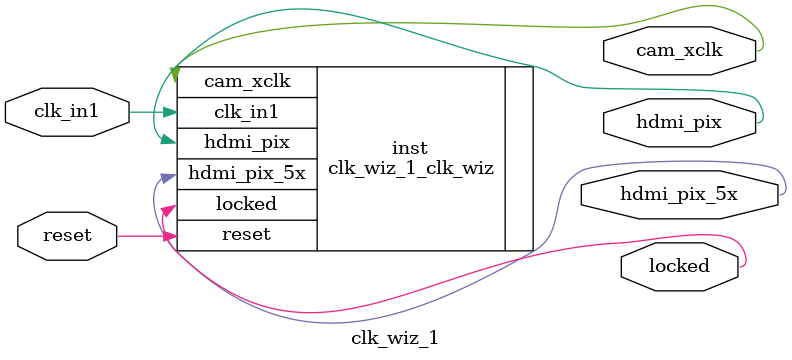
<source format=v>


`timescale 1ps/1ps

(* CORE_GENERATION_INFO = "clk_wiz_1,clk_wiz_v6_0_11_0_0,{component_name=clk_wiz_1,use_phase_alignment=true,use_min_o_jitter=false,use_max_i_jitter=false,use_dyn_phase_shift=false,use_inclk_switchover=false,use_dyn_reconfig=false,enable_axi=0,feedback_source=FDBK_AUTO,PRIMITIVE=MMCM,num_out_clk=3,clkin1_period=5.000,clkin2_period=10.0,use_power_down=false,use_reset=true,use_locked=true,use_inclk_stopped=false,feedback_type=SINGLE,CLOCK_MGR_TYPE=NA,manual_override=false}" *)

module clk_wiz_1 
 (
  // Clock out ports
  output        hdmi_pix,
  output        hdmi_pix_5x,
  output        cam_xclk,
  // Status and control signals
  input         reset,
  output        locked,
 // Clock in ports
  input         clk_in1
 );

  clk_wiz_1_clk_wiz inst
  (
  // Clock out ports  
  .hdmi_pix(hdmi_pix),
  .hdmi_pix_5x(hdmi_pix_5x),
  .cam_xclk(cam_xclk),
  // Status and control signals               
  .reset(reset), 
  .locked(locked),
 // Clock in ports
  .clk_in1(clk_in1)
  );

endmodule

</source>
